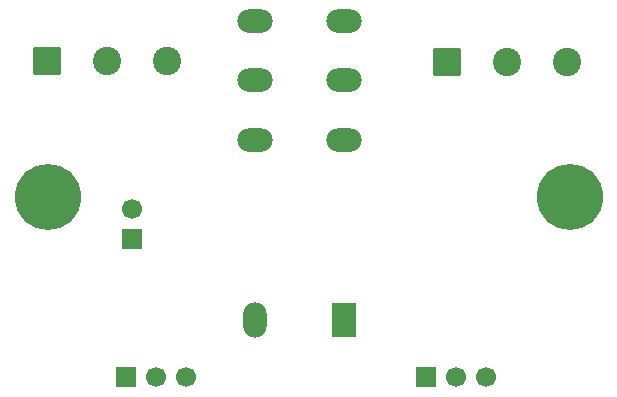
<source format=gbr>
%TF.GenerationSoftware,KiCad,Pcbnew,9.0.3*%
%TF.CreationDate,2025-12-07T20:19:00-06:00*%
%TF.ProjectId,AmmeterRelays,416d6d65-7465-4725-9265-6c6179732e6b,rev?*%
%TF.SameCoordinates,Original*%
%TF.FileFunction,Soldermask,Bot*%
%TF.FilePolarity,Negative*%
%FSLAX46Y46*%
G04 Gerber Fmt 4.6, Leading zero omitted, Abs format (unit mm)*
G04 Created by KiCad (PCBNEW 9.0.3) date 2025-12-07 20:19:00*
%MOMM*%
%LPD*%
G01*
G04 APERTURE LIST*
G04 Aperture macros list*
%AMRoundRect*
0 Rectangle with rounded corners*
0 $1 Rounding radius*
0 $2 $3 $4 $5 $6 $7 $8 $9 X,Y pos of 4 corners*
0 Add a 4 corners polygon primitive as box body*
4,1,4,$2,$3,$4,$5,$6,$7,$8,$9,$2,$3,0*
0 Add four circle primitives for the rounded corners*
1,1,$1+$1,$2,$3*
1,1,$1+$1,$4,$5*
1,1,$1+$1,$6,$7*
1,1,$1+$1,$8,$9*
0 Add four rect primitives between the rounded corners*
20,1,$1+$1,$2,$3,$4,$5,0*
20,1,$1+$1,$4,$5,$6,$7,0*
20,1,$1+$1,$6,$7,$8,$9,0*
20,1,$1+$1,$8,$9,$2,$3,0*%
G04 Aperture macros list end*
%ADD10R,1.700000X1.700000*%
%ADD11C,1.700000*%
%ADD12RoundRect,0.250001X-0.949999X-0.949999X0.949999X-0.949999X0.949999X0.949999X-0.949999X0.949999X0*%
%ADD13C,2.400000*%
%ADD14O,3.000000X2.000000*%
%ADD15R,2.000000X3.000000*%
%ADD16O,2.000000X3.000000*%
%ADD17C,3.600000*%
%ADD18C,5.600000*%
G04 APERTURE END LIST*
D10*
%TO.C,JP1*%
X74168000Y-59436000D03*
D11*
X74168000Y-56896000D03*
%TD*%
D12*
%TO.C,J5*%
X67010000Y-44346500D03*
D13*
X72090000Y-44346500D03*
X77170000Y-44346500D03*
%TD*%
D14*
%TO.C,K1*%
X92142000Y-45952000D03*
X92142000Y-50992000D03*
X92142000Y-40912000D03*
X84642000Y-45952000D03*
X84642000Y-50992000D03*
X84642000Y-40912000D03*
D15*
X92142000Y-66252000D03*
D16*
X84642000Y-66252000D03*
%TD*%
D17*
%TO.C,H1*%
X67056000Y-55880000D03*
D18*
X67056000Y-55880000D03*
%TD*%
D10*
%TO.C,J2*%
X73660000Y-71120000D03*
D11*
X76200000Y-71120000D03*
X78740000Y-71120000D03*
%TD*%
D17*
%TO.C,H2*%
X111252000Y-55880000D03*
D18*
X111252000Y-55880000D03*
%TD*%
D10*
%TO.C,J3*%
X99060000Y-71120000D03*
D11*
X101600000Y-71120000D03*
X104140000Y-71120000D03*
%TD*%
D12*
%TO.C,J1*%
X100838000Y-44450000D03*
D13*
X105918000Y-44450000D03*
X110998000Y-44450000D03*
%TD*%
M02*

</source>
